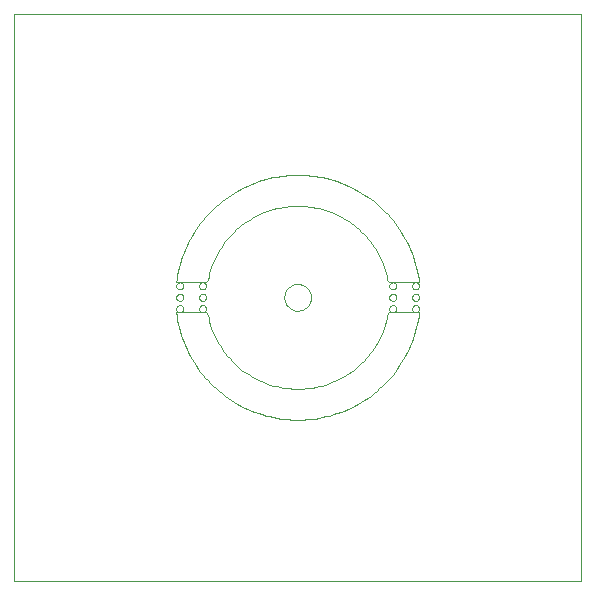
<source format=gko>
G75*
%MOIN*%
%OFA0B0*%
%FSLAX24Y24*%
%IPPOS*%
%LPD*%
%AMOC8*
5,1,8,0,0,1.08239X$1,22.5*
%
%ADD10C,0.0000*%
D10*
X002681Y003681D02*
X021579Y003681D01*
X021579Y022579D01*
X002681Y022579D01*
X002681Y003681D01*
X009138Y012539D02*
X009080Y012630D01*
X008080Y012630D01*
X008082Y012750D02*
X008084Y012771D01*
X008090Y012791D01*
X008099Y012811D01*
X008111Y012828D01*
X008126Y012842D01*
X008144Y012854D01*
X008164Y012862D01*
X008184Y012867D01*
X008205Y012868D01*
X008226Y012865D01*
X008246Y012859D01*
X008265Y012848D01*
X008282Y012835D01*
X008295Y012819D01*
X008306Y012801D01*
X008314Y012781D01*
X008318Y012761D01*
X008318Y012739D01*
X008314Y012719D01*
X008306Y012699D01*
X008295Y012681D01*
X008282Y012665D01*
X008265Y012652D01*
X008246Y012641D01*
X008226Y012635D01*
X008205Y012632D01*
X008184Y012633D01*
X008164Y012638D01*
X008144Y012646D01*
X008126Y012658D01*
X008111Y012672D01*
X008099Y012689D01*
X008090Y012709D01*
X008084Y012729D01*
X008082Y012750D01*
X008082Y013130D02*
X008084Y013151D01*
X008090Y013171D01*
X008099Y013191D01*
X008111Y013208D01*
X008126Y013222D01*
X008144Y013234D01*
X008164Y013242D01*
X008184Y013247D01*
X008205Y013248D01*
X008226Y013245D01*
X008246Y013239D01*
X008265Y013228D01*
X008282Y013215D01*
X008295Y013199D01*
X008306Y013181D01*
X008314Y013161D01*
X008318Y013141D01*
X008318Y013119D01*
X008314Y013099D01*
X008306Y013079D01*
X008295Y013061D01*
X008282Y013045D01*
X008265Y013032D01*
X008246Y013021D01*
X008226Y013015D01*
X008205Y013012D01*
X008184Y013013D01*
X008164Y013018D01*
X008144Y013026D01*
X008126Y013038D01*
X008111Y013052D01*
X008099Y013069D01*
X008090Y013089D01*
X008084Y013109D01*
X008082Y013130D01*
X008082Y013510D02*
X008084Y013531D01*
X008090Y013551D01*
X008099Y013571D01*
X008111Y013588D01*
X008126Y013602D01*
X008144Y013614D01*
X008164Y013622D01*
X008184Y013627D01*
X008205Y013628D01*
X008226Y013625D01*
X008246Y013619D01*
X008265Y013608D01*
X008282Y013595D01*
X008295Y013579D01*
X008306Y013561D01*
X008314Y013541D01*
X008318Y013521D01*
X008318Y013499D01*
X008314Y013479D01*
X008306Y013459D01*
X008295Y013441D01*
X008282Y013425D01*
X008265Y013412D01*
X008246Y013401D01*
X008226Y013395D01*
X008205Y013392D01*
X008184Y013393D01*
X008164Y013398D01*
X008144Y013406D01*
X008126Y013418D01*
X008111Y013432D01*
X008099Y013449D01*
X008090Y013469D01*
X008084Y013489D01*
X008082Y013510D01*
X008080Y013630D02*
X009080Y013630D01*
X009138Y013721D01*
X008842Y013510D02*
X008844Y013531D01*
X008850Y013551D01*
X008859Y013571D01*
X008871Y013588D01*
X008886Y013602D01*
X008904Y013614D01*
X008924Y013622D01*
X008944Y013627D01*
X008965Y013628D01*
X008986Y013625D01*
X009006Y013619D01*
X009025Y013608D01*
X009042Y013595D01*
X009055Y013579D01*
X009066Y013561D01*
X009074Y013541D01*
X009078Y013521D01*
X009078Y013499D01*
X009074Y013479D01*
X009066Y013459D01*
X009055Y013441D01*
X009042Y013425D01*
X009025Y013412D01*
X009006Y013401D01*
X008986Y013395D01*
X008965Y013392D01*
X008944Y013393D01*
X008924Y013398D01*
X008904Y013406D01*
X008886Y013418D01*
X008871Y013432D01*
X008859Y013449D01*
X008850Y013469D01*
X008844Y013489D01*
X008842Y013510D01*
X008842Y013130D02*
X008844Y013151D01*
X008850Y013171D01*
X008859Y013191D01*
X008871Y013208D01*
X008886Y013222D01*
X008904Y013234D01*
X008924Y013242D01*
X008944Y013247D01*
X008965Y013248D01*
X008986Y013245D01*
X009006Y013239D01*
X009025Y013228D01*
X009042Y013215D01*
X009055Y013199D01*
X009066Y013181D01*
X009074Y013161D01*
X009078Y013141D01*
X009078Y013119D01*
X009074Y013099D01*
X009066Y013079D01*
X009055Y013061D01*
X009042Y013045D01*
X009025Y013032D01*
X009006Y013021D01*
X008986Y013015D01*
X008965Y013012D01*
X008944Y013013D01*
X008924Y013018D01*
X008904Y013026D01*
X008886Y013038D01*
X008871Y013052D01*
X008859Y013069D01*
X008850Y013089D01*
X008844Y013109D01*
X008842Y013130D01*
X008842Y012750D02*
X008844Y012771D01*
X008850Y012791D01*
X008859Y012811D01*
X008871Y012828D01*
X008886Y012842D01*
X008904Y012854D01*
X008924Y012862D01*
X008944Y012867D01*
X008965Y012868D01*
X008986Y012865D01*
X009006Y012859D01*
X009025Y012848D01*
X009042Y012835D01*
X009055Y012819D01*
X009066Y012801D01*
X009074Y012781D01*
X009078Y012761D01*
X009078Y012739D01*
X009074Y012719D01*
X009066Y012699D01*
X009055Y012681D01*
X009042Y012665D01*
X009025Y012652D01*
X009006Y012641D01*
X008986Y012635D01*
X008965Y012632D01*
X008944Y012633D01*
X008924Y012638D01*
X008904Y012646D01*
X008886Y012658D01*
X008871Y012672D01*
X008859Y012689D01*
X008850Y012709D01*
X008844Y012729D01*
X008842Y012750D01*
X008080Y012630D02*
X008097Y012504D01*
X008119Y012379D01*
X008144Y012254D01*
X008173Y012131D01*
X008206Y012008D01*
X008243Y011886D01*
X008284Y011766D01*
X008328Y011647D01*
X008376Y011529D01*
X008428Y011413D01*
X008483Y011299D01*
X008542Y011186D01*
X008604Y011075D01*
X008670Y010966D01*
X008739Y010860D01*
X008811Y010755D01*
X008887Y010653D01*
X008965Y010553D01*
X009047Y010456D01*
X009132Y010361D01*
X009219Y010269D01*
X009310Y010180D01*
X009403Y010094D01*
X009499Y010010D01*
X009597Y009930D01*
X009698Y009853D01*
X009801Y009779D01*
X009907Y009708D01*
X010015Y009640D01*
X010124Y009576D01*
X010236Y009515D01*
X010349Y009458D01*
X010465Y009404D01*
X010581Y009354D01*
X010700Y009308D01*
X010819Y009265D01*
X010940Y009226D01*
X011062Y009191D01*
X011186Y009160D01*
X011310Y009132D01*
X011434Y009109D01*
X011560Y009089D01*
X011686Y009073D01*
X011813Y009061D01*
X011939Y009053D01*
X012066Y009049D01*
X012194Y009049D01*
X012321Y009053D01*
X012447Y009061D01*
X012574Y009073D01*
X012700Y009089D01*
X012826Y009109D01*
X012950Y009132D01*
X013074Y009160D01*
X013198Y009191D01*
X013320Y009226D01*
X013441Y009265D01*
X013560Y009308D01*
X013679Y009354D01*
X013795Y009404D01*
X013911Y009458D01*
X014024Y009515D01*
X014136Y009576D01*
X014245Y009640D01*
X014353Y009708D01*
X014459Y009779D01*
X014562Y009853D01*
X014663Y009930D01*
X014761Y010010D01*
X014857Y010094D01*
X014950Y010180D01*
X015041Y010269D01*
X015128Y010361D01*
X015213Y010456D01*
X015295Y010553D01*
X015373Y010653D01*
X015449Y010755D01*
X015521Y010860D01*
X015590Y010966D01*
X015656Y011075D01*
X015718Y011186D01*
X015777Y011299D01*
X015832Y011413D01*
X015884Y011529D01*
X015932Y011647D01*
X015976Y011766D01*
X016017Y011886D01*
X016054Y012008D01*
X016087Y012131D01*
X016116Y012254D01*
X016141Y012379D01*
X016163Y012504D01*
X016180Y012630D01*
X015180Y012630D01*
X015122Y012539D01*
X015182Y012750D02*
X015184Y012771D01*
X015190Y012791D01*
X015199Y012811D01*
X015211Y012828D01*
X015226Y012842D01*
X015244Y012854D01*
X015264Y012862D01*
X015284Y012867D01*
X015305Y012868D01*
X015326Y012865D01*
X015346Y012859D01*
X015365Y012848D01*
X015382Y012835D01*
X015395Y012819D01*
X015406Y012801D01*
X015414Y012781D01*
X015418Y012761D01*
X015418Y012739D01*
X015414Y012719D01*
X015406Y012699D01*
X015395Y012681D01*
X015382Y012665D01*
X015365Y012652D01*
X015346Y012641D01*
X015326Y012635D01*
X015305Y012632D01*
X015284Y012633D01*
X015264Y012638D01*
X015244Y012646D01*
X015226Y012658D01*
X015211Y012672D01*
X015199Y012689D01*
X015190Y012709D01*
X015184Y012729D01*
X015182Y012750D01*
X015182Y013130D02*
X015184Y013151D01*
X015190Y013171D01*
X015199Y013191D01*
X015211Y013208D01*
X015226Y013222D01*
X015244Y013234D01*
X015264Y013242D01*
X015284Y013247D01*
X015305Y013248D01*
X015326Y013245D01*
X015346Y013239D01*
X015365Y013228D01*
X015382Y013215D01*
X015395Y013199D01*
X015406Y013181D01*
X015414Y013161D01*
X015418Y013141D01*
X015418Y013119D01*
X015414Y013099D01*
X015406Y013079D01*
X015395Y013061D01*
X015382Y013045D01*
X015365Y013032D01*
X015346Y013021D01*
X015326Y013015D01*
X015305Y013012D01*
X015284Y013013D01*
X015264Y013018D01*
X015244Y013026D01*
X015226Y013038D01*
X015211Y013052D01*
X015199Y013069D01*
X015190Y013089D01*
X015184Y013109D01*
X015182Y013130D01*
X015182Y013510D02*
X015184Y013531D01*
X015190Y013551D01*
X015199Y013571D01*
X015211Y013588D01*
X015226Y013602D01*
X015244Y013614D01*
X015264Y013622D01*
X015284Y013627D01*
X015305Y013628D01*
X015326Y013625D01*
X015346Y013619D01*
X015365Y013608D01*
X015382Y013595D01*
X015395Y013579D01*
X015406Y013561D01*
X015414Y013541D01*
X015418Y013521D01*
X015418Y013499D01*
X015414Y013479D01*
X015406Y013459D01*
X015395Y013441D01*
X015382Y013425D01*
X015365Y013412D01*
X015346Y013401D01*
X015326Y013395D01*
X015305Y013392D01*
X015284Y013393D01*
X015264Y013398D01*
X015244Y013406D01*
X015226Y013418D01*
X015211Y013432D01*
X015199Y013449D01*
X015190Y013469D01*
X015184Y013489D01*
X015182Y013510D01*
X015180Y013630D02*
X016180Y013630D01*
X015942Y013510D02*
X015944Y013531D01*
X015950Y013551D01*
X015959Y013571D01*
X015971Y013588D01*
X015986Y013602D01*
X016004Y013614D01*
X016024Y013622D01*
X016044Y013627D01*
X016065Y013628D01*
X016086Y013625D01*
X016106Y013619D01*
X016125Y013608D01*
X016142Y013595D01*
X016155Y013579D01*
X016166Y013561D01*
X016174Y013541D01*
X016178Y013521D01*
X016178Y013499D01*
X016174Y013479D01*
X016166Y013459D01*
X016155Y013441D01*
X016142Y013425D01*
X016125Y013412D01*
X016106Y013401D01*
X016086Y013395D01*
X016065Y013392D01*
X016044Y013393D01*
X016024Y013398D01*
X016004Y013406D01*
X015986Y013418D01*
X015971Y013432D01*
X015959Y013449D01*
X015950Y013469D01*
X015944Y013489D01*
X015942Y013510D01*
X015942Y013130D02*
X015944Y013151D01*
X015950Y013171D01*
X015959Y013191D01*
X015971Y013208D01*
X015986Y013222D01*
X016004Y013234D01*
X016024Y013242D01*
X016044Y013247D01*
X016065Y013248D01*
X016086Y013245D01*
X016106Y013239D01*
X016125Y013228D01*
X016142Y013215D01*
X016155Y013199D01*
X016166Y013181D01*
X016174Y013161D01*
X016178Y013141D01*
X016178Y013119D01*
X016174Y013099D01*
X016166Y013079D01*
X016155Y013061D01*
X016142Y013045D01*
X016125Y013032D01*
X016106Y013021D01*
X016086Y013015D01*
X016065Y013012D01*
X016044Y013013D01*
X016024Y013018D01*
X016004Y013026D01*
X015986Y013038D01*
X015971Y013052D01*
X015959Y013069D01*
X015950Y013089D01*
X015944Y013109D01*
X015942Y013130D01*
X015942Y012750D02*
X015944Y012771D01*
X015950Y012791D01*
X015959Y012811D01*
X015971Y012828D01*
X015986Y012842D01*
X016004Y012854D01*
X016024Y012862D01*
X016044Y012867D01*
X016065Y012868D01*
X016086Y012865D01*
X016106Y012859D01*
X016125Y012848D01*
X016142Y012835D01*
X016155Y012819D01*
X016166Y012801D01*
X016174Y012781D01*
X016178Y012761D01*
X016178Y012739D01*
X016174Y012719D01*
X016166Y012699D01*
X016155Y012681D01*
X016142Y012665D01*
X016125Y012652D01*
X016106Y012641D01*
X016086Y012635D01*
X016065Y012632D01*
X016044Y012633D01*
X016024Y012638D01*
X016004Y012646D01*
X015986Y012658D01*
X015971Y012672D01*
X015959Y012689D01*
X015950Y012709D01*
X015944Y012729D01*
X015942Y012750D01*
X015180Y013630D02*
X015122Y013721D01*
X016180Y013630D02*
X016163Y013756D01*
X016141Y013881D01*
X016116Y014006D01*
X016087Y014129D01*
X016054Y014252D01*
X016017Y014374D01*
X015976Y014494D01*
X015932Y014613D01*
X015884Y014731D01*
X015832Y014847D01*
X015777Y014961D01*
X015718Y015074D01*
X015656Y015185D01*
X015590Y015294D01*
X015521Y015400D01*
X015449Y015505D01*
X015373Y015607D01*
X015295Y015707D01*
X015213Y015804D01*
X015128Y015899D01*
X015041Y015991D01*
X014950Y016080D01*
X014857Y016166D01*
X014761Y016250D01*
X014663Y016330D01*
X014562Y016407D01*
X014459Y016481D01*
X014353Y016552D01*
X014245Y016620D01*
X014136Y016684D01*
X014024Y016745D01*
X013911Y016802D01*
X013795Y016856D01*
X013679Y016906D01*
X013560Y016952D01*
X013441Y016995D01*
X013320Y017034D01*
X013198Y017069D01*
X013074Y017100D01*
X012950Y017128D01*
X012826Y017151D01*
X012700Y017171D01*
X012574Y017187D01*
X012447Y017199D01*
X012321Y017207D01*
X012194Y017211D01*
X012066Y017211D01*
X011939Y017207D01*
X011813Y017199D01*
X011686Y017187D01*
X011560Y017171D01*
X011434Y017151D01*
X011310Y017128D01*
X011186Y017100D01*
X011062Y017069D01*
X010940Y017034D01*
X010819Y016995D01*
X010700Y016952D01*
X010581Y016906D01*
X010465Y016856D01*
X010349Y016802D01*
X010236Y016745D01*
X010124Y016684D01*
X010015Y016620D01*
X009907Y016552D01*
X009801Y016481D01*
X009698Y016407D01*
X009597Y016330D01*
X009499Y016250D01*
X009403Y016166D01*
X009310Y016080D01*
X009219Y015991D01*
X009132Y015899D01*
X009047Y015804D01*
X008965Y015707D01*
X008887Y015607D01*
X008811Y015505D01*
X008739Y015400D01*
X008670Y015294D01*
X008604Y015185D01*
X008542Y015074D01*
X008483Y014961D01*
X008428Y014847D01*
X008376Y014731D01*
X008328Y014613D01*
X008284Y014494D01*
X008243Y014374D01*
X008206Y014252D01*
X008173Y014129D01*
X008144Y014006D01*
X008119Y013881D01*
X008097Y013756D01*
X008080Y013630D01*
X009138Y012539D02*
X009161Y012433D01*
X009188Y012327D01*
X009218Y012223D01*
X009252Y012119D01*
X009290Y012017D01*
X009332Y011916D01*
X009377Y011817D01*
X009426Y011719D01*
X009478Y011624D01*
X009533Y011530D01*
X009592Y011438D01*
X009654Y011349D01*
X009720Y011261D01*
X009788Y011176D01*
X009859Y011094D01*
X009933Y011014D01*
X010010Y010937D01*
X010090Y010863D01*
X010172Y010791D01*
X010257Y010723D01*
X010344Y010657D01*
X010434Y010595D01*
X010526Y010536D01*
X010619Y010480D01*
X010715Y010428D01*
X010812Y010379D01*
X010911Y010334D01*
X011012Y010292D01*
X011114Y010254D01*
X011218Y010220D01*
X011322Y010189D01*
X011428Y010162D01*
X011534Y010139D01*
X011642Y010119D01*
X011749Y010104D01*
X011858Y010092D01*
X011967Y010084D01*
X012076Y010080D01*
X012184Y010080D01*
X012293Y010084D01*
X012402Y010092D01*
X012511Y010104D01*
X012618Y010119D01*
X012726Y010139D01*
X012832Y010162D01*
X012938Y010189D01*
X013042Y010220D01*
X013146Y010254D01*
X013248Y010292D01*
X013349Y010334D01*
X013448Y010379D01*
X013545Y010428D01*
X013641Y010480D01*
X013734Y010536D01*
X013826Y010595D01*
X013916Y010657D01*
X014003Y010723D01*
X014088Y010791D01*
X014170Y010863D01*
X014250Y010937D01*
X014327Y011014D01*
X014401Y011094D01*
X014472Y011176D01*
X014540Y011261D01*
X014606Y011349D01*
X014668Y011438D01*
X014727Y011530D01*
X014782Y011624D01*
X014834Y011719D01*
X014883Y011817D01*
X014928Y011916D01*
X014970Y012017D01*
X015008Y012119D01*
X015042Y012223D01*
X015072Y012327D01*
X015099Y012433D01*
X015122Y012539D01*
X015122Y013721D02*
X015099Y013827D01*
X015072Y013933D01*
X015042Y014037D01*
X015008Y014141D01*
X014970Y014243D01*
X014928Y014344D01*
X014883Y014443D01*
X014834Y014541D01*
X014782Y014636D01*
X014727Y014730D01*
X014668Y014822D01*
X014606Y014911D01*
X014540Y014999D01*
X014472Y015084D01*
X014401Y015166D01*
X014327Y015246D01*
X014250Y015323D01*
X014170Y015397D01*
X014088Y015469D01*
X014003Y015537D01*
X013916Y015603D01*
X013826Y015665D01*
X013734Y015724D01*
X013641Y015780D01*
X013545Y015832D01*
X013448Y015881D01*
X013349Y015926D01*
X013248Y015968D01*
X013146Y016006D01*
X013042Y016040D01*
X012938Y016071D01*
X012832Y016098D01*
X012726Y016121D01*
X012618Y016141D01*
X012511Y016156D01*
X012402Y016168D01*
X012293Y016176D01*
X012184Y016180D01*
X012076Y016180D01*
X011967Y016176D01*
X011858Y016168D01*
X011749Y016156D01*
X011642Y016141D01*
X011534Y016121D01*
X011428Y016098D01*
X011322Y016071D01*
X011218Y016040D01*
X011114Y016006D01*
X011012Y015968D01*
X010911Y015926D01*
X010812Y015881D01*
X010715Y015832D01*
X010619Y015780D01*
X010526Y015724D01*
X010434Y015665D01*
X010344Y015603D01*
X010257Y015537D01*
X010172Y015469D01*
X010090Y015397D01*
X010010Y015323D01*
X009933Y015246D01*
X009859Y015166D01*
X009788Y015084D01*
X009720Y014999D01*
X009654Y014911D01*
X009592Y014822D01*
X009533Y014730D01*
X009478Y014636D01*
X009426Y014541D01*
X009377Y014443D01*
X009332Y014344D01*
X009290Y014243D01*
X009252Y014141D01*
X009218Y014037D01*
X009188Y013933D01*
X009161Y013827D01*
X009138Y013721D01*
X011685Y013130D02*
X011687Y013172D01*
X011693Y013213D01*
X011702Y013254D01*
X011716Y013293D01*
X011733Y013331D01*
X011754Y013367D01*
X011777Y013402D01*
X011804Y013433D01*
X011834Y013463D01*
X011867Y013489D01*
X011902Y013512D01*
X011938Y013532D01*
X011977Y013548D01*
X012017Y013560D01*
X012057Y013569D01*
X012099Y013574D01*
X012140Y013575D01*
X012182Y013572D01*
X012223Y013565D01*
X012264Y013554D01*
X012303Y013540D01*
X012340Y013522D01*
X012376Y013501D01*
X012410Y013476D01*
X012441Y013448D01*
X012469Y013418D01*
X012495Y013385D01*
X012517Y013349D01*
X012536Y013312D01*
X012551Y013273D01*
X012563Y013233D01*
X012571Y013192D01*
X012575Y013151D01*
X012575Y013109D01*
X012571Y013068D01*
X012563Y013027D01*
X012551Y012987D01*
X012536Y012948D01*
X012517Y012911D01*
X012495Y012875D01*
X012469Y012842D01*
X012441Y012812D01*
X012410Y012784D01*
X012376Y012759D01*
X012340Y012738D01*
X012303Y012720D01*
X012264Y012706D01*
X012223Y012695D01*
X012182Y012688D01*
X012140Y012685D01*
X012099Y012686D01*
X012057Y012691D01*
X012017Y012700D01*
X011977Y012712D01*
X011938Y012728D01*
X011902Y012748D01*
X011867Y012771D01*
X011834Y012797D01*
X011804Y012827D01*
X011777Y012858D01*
X011754Y012893D01*
X011733Y012929D01*
X011716Y012967D01*
X011702Y013006D01*
X011693Y013047D01*
X011687Y013088D01*
X011685Y013130D01*
M02*

</source>
